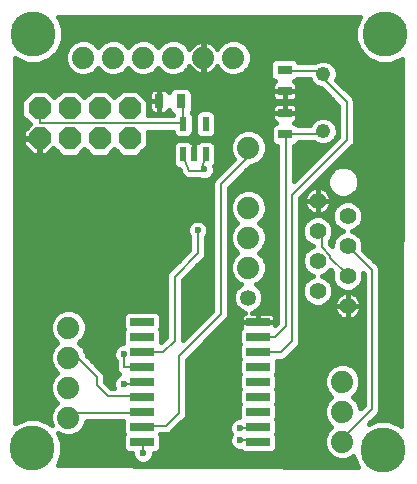
<source format=gtl>
G75*
G70*
%OFA0B0*%
%FSLAX24Y24*%
%IPPOS*%
%LPD*%
%AMOC8*
5,1,8,0,0,1.08239X$1,22.5*
%
%ADD10R,0.0472X0.0315*%
%ADD11C,0.0480*%
%ADD12R,0.0800X0.0260*%
%ADD13C,0.0740*%
%ADD14C,0.0531*%
%ADD15OC8,0.0740*%
%ADD16C,0.0560*%
%ADD17R,0.0217X0.0472*%
%ADD18R,0.0315X0.0472*%
%ADD19C,0.0079*%
%ADD20C,0.0236*%
%ADD21C,0.0160*%
%ADD22C,0.0315*%
%ADD23C,0.1502*%
D10*
X013410Y016261D03*
X013410Y016969D03*
X013400Y017711D03*
X013400Y018419D03*
D11*
X014690Y018275D03*
X014690Y016375D03*
D12*
X012510Y010015D03*
X012510Y009515D03*
X012510Y009015D03*
X012510Y008515D03*
X012510Y008015D03*
X012510Y007515D03*
X012510Y007015D03*
X012510Y006515D03*
X012510Y006015D03*
X008650Y006015D03*
X008650Y006515D03*
X008650Y007015D03*
X008650Y007515D03*
X008650Y008015D03*
X008650Y008515D03*
X008650Y009015D03*
X008650Y009515D03*
X008650Y010015D03*
D13*
X006190Y009825D03*
X006190Y008825D03*
X006190Y007825D03*
X006190Y006825D03*
X012190Y011825D03*
X012190Y012825D03*
X012190Y013825D03*
X012190Y015825D03*
X011690Y018825D03*
X010690Y018825D03*
X009690Y018825D03*
X008690Y018825D03*
X007690Y018825D03*
X006690Y018825D03*
X015320Y008025D03*
X015320Y007025D03*
X015320Y006025D03*
D14*
X012190Y010825D03*
D15*
X008230Y016135D03*
X008230Y017135D03*
X007230Y017135D03*
X007230Y016135D03*
X006230Y016135D03*
X006230Y017135D03*
X005230Y017135D03*
X005230Y016135D03*
D16*
X014500Y014045D03*
X014500Y013045D03*
X014500Y012045D03*
X014500Y011045D03*
X015500Y010545D03*
X015500Y011545D03*
X015500Y012545D03*
X015500Y013545D03*
D17*
X010764Y015593D03*
X010390Y015593D03*
X010015Y015593D03*
X010015Y016617D03*
X010764Y016617D03*
D18*
X009934Y017375D03*
X009225Y017375D03*
D19*
X009934Y017375D02*
X009940Y017335D01*
X010010Y017265D01*
X010010Y016635D01*
X010015Y016617D01*
X010010Y016635D02*
X005250Y016635D01*
X005250Y017125D01*
X005230Y017135D01*
X010015Y015593D02*
X010080Y015585D01*
X010080Y015375D01*
X010205Y015056D01*
X010695Y015056D01*
X010710Y015095D01*
X010695Y015056D02*
X010710Y015585D01*
X010764Y015593D01*
X011270Y014605D02*
X012180Y015515D01*
X012180Y015795D01*
X012190Y015825D01*
X011270Y014605D02*
X011270Y010265D01*
X009870Y008865D01*
X009870Y006969D01*
X009455Y006555D01*
X008680Y006555D01*
X008650Y006515D01*
X008610Y006975D02*
X008650Y007015D01*
X008610Y006975D02*
X006230Y006975D01*
X006230Y006835D01*
X006190Y006825D01*
X007140Y007901D02*
X007505Y007535D01*
X008610Y007535D01*
X008650Y007515D01*
X008610Y007955D02*
X008650Y008015D01*
X008610Y007955D02*
X008050Y007955D01*
X008050Y008515D02*
X008050Y008935D01*
X008050Y008515D02*
X008650Y008515D01*
X008680Y009005D02*
X008650Y009015D01*
X008680Y009005D02*
X009346Y009005D01*
X009730Y009388D01*
X009730Y011525D01*
X010500Y012295D01*
X010500Y013065D01*
X012510Y009515D02*
X012530Y009495D01*
X013065Y009495D01*
X013440Y009870D01*
X013440Y016215D01*
X013410Y016261D01*
X013440Y016285D01*
X014630Y016285D01*
X014630Y016355D01*
X014690Y016375D01*
X015470Y016075D02*
X015470Y017335D01*
X014700Y018105D01*
X014700Y018245D01*
X014690Y018275D01*
X014630Y018315D01*
X014630Y018385D01*
X013440Y018385D01*
X013400Y018419D01*
X015470Y016075D02*
X013650Y014255D01*
X013650Y009376D01*
X013278Y009005D01*
X012530Y009005D01*
X012510Y009015D01*
X012510Y006515D02*
X012460Y006485D01*
X011900Y006485D01*
X011900Y006065D02*
X012460Y006065D01*
X012510Y006015D01*
X015320Y006025D02*
X015330Y006065D01*
X015330Y006135D01*
X016310Y007115D01*
X016310Y011735D01*
X015500Y012545D01*
X014910Y012225D02*
X014910Y012155D01*
X015470Y011595D01*
X015500Y011545D01*
X014910Y012225D02*
X014630Y012505D01*
X014630Y012925D01*
X014560Y012995D01*
X014500Y013045D01*
X015330Y007045D02*
X015320Y007025D01*
X008680Y005995D02*
X008680Y005645D01*
X008680Y005995D02*
X008650Y006015D01*
X007140Y007901D02*
X007140Y008165D01*
X006510Y008795D01*
X006230Y008795D01*
X006190Y008825D01*
D20*
X008050Y008935D03*
X008050Y007955D03*
X008680Y005645D03*
X011900Y006065D03*
X011900Y006485D03*
X010500Y013065D03*
X010710Y015095D03*
D21*
X010542Y014777D02*
X010638Y014737D01*
X010781Y014737D01*
X010912Y014791D01*
X011013Y014892D01*
X011068Y015024D01*
X011068Y015166D01*
X011054Y015200D01*
X011075Y015221D01*
X011112Y015309D01*
X011112Y015877D01*
X011075Y015965D01*
X011008Y016033D01*
X010920Y016069D01*
X010608Y016069D01*
X010519Y016033D01*
X010496Y016009D01*
X010390Y016009D01*
X010390Y015593D01*
X010389Y015593D01*
X010389Y016009D01*
X010283Y016009D01*
X010260Y016033D01*
X010171Y016069D01*
X009859Y016069D01*
X009771Y016033D01*
X009704Y015965D01*
X009667Y015877D01*
X009667Y015309D01*
X009704Y015221D01*
X009771Y015153D01*
X009859Y015117D01*
X009881Y015117D01*
X009925Y015003D01*
X009925Y015001D01*
X009945Y014952D01*
X009965Y014902D01*
X009967Y014900D01*
X009968Y014898D01*
X010005Y014861D01*
X010042Y014822D01*
X010044Y014821D01*
X010046Y014819D01*
X010095Y014799D01*
X010144Y014778D01*
X010147Y014778D01*
X010149Y014777D01*
X010202Y014777D01*
X010255Y014776D01*
X010257Y014777D01*
X010542Y014777D01*
X010610Y014749D02*
X004424Y014749D01*
X004424Y014907D02*
X009963Y014907D01*
X009901Y015066D02*
X004424Y015066D01*
X004424Y015224D02*
X009702Y015224D01*
X009667Y015383D02*
X004424Y015383D01*
X004424Y015541D02*
X005961Y015541D01*
X005977Y015525D02*
X006482Y015525D01*
X006729Y015772D01*
X006977Y015525D01*
X007482Y015525D01*
X007729Y015772D01*
X007977Y015525D01*
X008482Y015525D01*
X008839Y015882D01*
X008839Y016356D01*
X009667Y016356D01*
X009667Y016333D01*
X009704Y016245D01*
X009771Y016177D01*
X009859Y016141D01*
X010171Y016141D01*
X010260Y016177D01*
X010327Y016245D01*
X010364Y016333D01*
X010364Y016901D01*
X010327Y016989D01*
X010300Y017016D01*
X010331Y017091D01*
X010331Y017659D01*
X010295Y017747D01*
X010227Y017815D01*
X010139Y017851D01*
X009729Y017851D01*
X009640Y017815D01*
X009573Y017747D01*
X009547Y017686D01*
X009527Y017722D01*
X009493Y017755D01*
X009452Y017779D01*
X009406Y017791D01*
X009225Y017791D01*
X009044Y017791D01*
X008998Y017779D01*
X008957Y017755D01*
X008924Y017722D01*
X008900Y017681D01*
X008888Y017635D01*
X008888Y017375D01*
X008888Y017115D01*
X008900Y017069D01*
X008924Y017028D01*
X008957Y016995D01*
X008998Y016971D01*
X009044Y016959D01*
X009225Y016959D01*
X009225Y017375D01*
X008888Y017375D01*
X009225Y017375D01*
X009225Y017375D01*
X009225Y017791D01*
X009225Y017375D01*
X009225Y017375D01*
X009225Y017375D01*
X009225Y016959D01*
X009406Y016959D01*
X009452Y016971D01*
X009493Y016995D01*
X009527Y017028D01*
X009547Y017064D01*
X009573Y017003D01*
X009640Y016935D01*
X009675Y016921D01*
X009673Y016914D01*
X008839Y016914D01*
X008839Y017388D01*
X008482Y017745D01*
X007977Y017745D01*
X007729Y017498D01*
X007482Y017745D01*
X006977Y017745D01*
X006729Y017498D01*
X006482Y017745D01*
X005977Y017745D01*
X005729Y017498D01*
X005482Y017745D01*
X004977Y017745D01*
X004620Y017388D01*
X004620Y016882D01*
X004909Y016593D01*
X004680Y016363D01*
X004679Y016155D01*
X005209Y016155D01*
X005209Y016115D01*
X004680Y016115D01*
X004680Y015907D01*
X005002Y015585D01*
X005209Y015585D01*
X005209Y016115D01*
X005250Y016115D01*
X005250Y015585D01*
X005457Y015585D01*
X005687Y015815D01*
X005977Y015525D01*
X005802Y015700D02*
X005572Y015700D01*
X005250Y015700D02*
X005209Y015700D01*
X005209Y015858D02*
X005250Y015858D01*
X005250Y016017D02*
X005209Y016017D01*
X004887Y015700D02*
X004425Y015700D01*
X004425Y015858D02*
X004729Y015858D01*
X004680Y016017D02*
X004425Y016017D01*
X004425Y016175D02*
X004680Y016175D01*
X004680Y016334D02*
X004425Y016334D01*
X004425Y016492D02*
X004809Y016492D01*
X004851Y016651D02*
X004426Y016651D01*
X004426Y016809D02*
X004693Y016809D01*
X004620Y016968D02*
X004426Y016968D01*
X004426Y017126D02*
X004620Y017126D01*
X004620Y017285D02*
X004426Y017285D01*
X004426Y017443D02*
X004675Y017443D01*
X004833Y017602D02*
X004427Y017602D01*
X004427Y017760D02*
X008965Y017760D01*
X008888Y017602D02*
X008626Y017602D01*
X008784Y017443D02*
X008888Y017443D01*
X008888Y017285D02*
X008839Y017285D01*
X008839Y017126D02*
X008888Y017126D01*
X008839Y016968D02*
X009011Y016968D01*
X009225Y016968D02*
X009225Y016968D01*
X009225Y017126D02*
X009225Y017126D01*
X009225Y017285D02*
X009225Y017285D01*
X009225Y017443D02*
X009225Y017443D01*
X009225Y017602D02*
X009225Y017602D01*
X009225Y017760D02*
X009225Y017760D01*
X009485Y017760D02*
X009586Y017760D01*
X009568Y018215D02*
X009811Y018215D01*
X010035Y018308D01*
X010207Y018479D01*
X010226Y018527D01*
X010270Y018467D01*
X010331Y018405D01*
X010401Y018355D01*
X010478Y018315D01*
X010561Y018289D01*
X010646Y018275D01*
X010669Y018275D01*
X010669Y018805D01*
X010710Y018805D01*
X010710Y018275D01*
X010733Y018275D01*
X010818Y018289D01*
X010901Y018315D01*
X010978Y018355D01*
X011048Y018405D01*
X011109Y018467D01*
X011153Y018527D01*
X011172Y018479D01*
X011344Y018308D01*
X011568Y018215D01*
X011811Y018215D01*
X012035Y018308D01*
X012207Y018479D01*
X012299Y018704D01*
X012299Y018946D01*
X012207Y019171D01*
X012035Y019342D01*
X011811Y019435D01*
X011568Y019435D01*
X011344Y019342D01*
X011172Y019171D01*
X011153Y019123D01*
X011109Y019183D01*
X011048Y019245D01*
X010978Y019295D01*
X010901Y019335D01*
X010818Y019361D01*
X010733Y019375D01*
X010710Y019375D01*
X010710Y018845D01*
X010669Y018845D01*
X010669Y019375D01*
X010646Y019375D01*
X010561Y019361D01*
X010478Y019335D01*
X010401Y019295D01*
X010331Y019245D01*
X010270Y019183D01*
X010226Y019123D01*
X010207Y019171D01*
X010035Y019342D01*
X009811Y019435D01*
X009568Y019435D01*
X009344Y019342D01*
X009190Y019188D01*
X009035Y019342D01*
X008811Y019435D01*
X008568Y019435D01*
X008344Y019342D01*
X008190Y019188D01*
X008035Y019342D01*
X007811Y019435D01*
X007568Y019435D01*
X007344Y019342D01*
X007190Y019188D01*
X007035Y019342D01*
X006811Y019435D01*
X006568Y019435D01*
X006344Y019342D01*
X006172Y019171D01*
X006080Y018946D01*
X006080Y018704D01*
X006172Y018479D01*
X006344Y018308D01*
X006568Y018215D01*
X006811Y018215D01*
X007035Y018308D01*
X007190Y018462D01*
X007344Y018308D01*
X007568Y018215D01*
X007811Y018215D01*
X008035Y018308D01*
X008190Y018462D01*
X008344Y018308D01*
X008568Y018215D01*
X008811Y018215D01*
X009035Y018308D01*
X009190Y018462D01*
X009344Y018308D01*
X009568Y018215D01*
X009519Y018236D02*
X008860Y018236D01*
X009121Y018394D02*
X009258Y018394D01*
X009860Y018236D02*
X011519Y018236D01*
X011258Y018394D02*
X011032Y018394D01*
X010710Y018394D02*
X010669Y018394D01*
X010669Y018553D02*
X010710Y018553D01*
X010710Y018711D02*
X010669Y018711D01*
X010669Y018870D02*
X010710Y018870D01*
X010710Y019028D02*
X010669Y019028D01*
X010669Y019187D02*
X010710Y019187D01*
X010710Y019345D02*
X010669Y019345D01*
X010510Y019345D02*
X010028Y019345D01*
X010191Y019187D02*
X010273Y019187D01*
X010869Y019345D02*
X011351Y019345D01*
X011188Y019187D02*
X011106Y019187D01*
X012028Y019345D02*
X015783Y019345D01*
X015753Y019418D02*
X015904Y019054D01*
X016183Y018775D01*
X016547Y018624D01*
X016942Y018624D01*
X017306Y018775D01*
X017314Y018783D01*
X017275Y006551D01*
X017241Y006585D01*
X016877Y006736D01*
X016482Y006736D01*
X016215Y006625D01*
X016546Y006957D01*
X016589Y007059D01*
X016589Y011791D01*
X016546Y011893D01*
X016468Y011972D01*
X016013Y012426D01*
X016019Y012442D01*
X016019Y012648D01*
X015940Y012840D01*
X015794Y012986D01*
X015651Y013045D01*
X015794Y013104D01*
X015940Y013250D01*
X016019Y013442D01*
X016019Y013648D01*
X015940Y013840D01*
X015794Y013986D01*
X015603Y014065D01*
X015396Y014065D01*
X015205Y013986D01*
X015059Y013840D01*
X014980Y013648D01*
X014980Y013442D01*
X015059Y013250D01*
X015205Y013104D01*
X015348Y013045D01*
X015205Y012986D01*
X015059Y012840D01*
X014980Y012648D01*
X014980Y012550D01*
X014909Y012621D01*
X014909Y012719D01*
X014940Y012750D01*
X015019Y012942D01*
X015019Y013148D01*
X014940Y013340D01*
X014794Y013486D01*
X014603Y013565D01*
X014396Y013565D01*
X014205Y013486D01*
X014059Y013340D01*
X013980Y013148D01*
X013980Y012942D01*
X014059Y012750D01*
X014205Y012604D01*
X014348Y012545D01*
X014205Y012486D01*
X014059Y012340D01*
X013980Y012148D01*
X013980Y011942D01*
X014059Y011750D01*
X014205Y011604D01*
X014348Y011545D01*
X014205Y011486D01*
X014059Y011340D01*
X013980Y011148D01*
X013980Y010942D01*
X014059Y010750D01*
X014205Y010604D01*
X014396Y010525D01*
X014603Y010525D01*
X014794Y010604D01*
X014940Y010750D01*
X015019Y010942D01*
X015019Y011148D01*
X014940Y011340D01*
X014794Y011486D01*
X014651Y011545D01*
X014794Y011604D01*
X014930Y011740D01*
X014992Y011678D01*
X014980Y011648D01*
X014980Y011442D01*
X015059Y011250D01*
X015205Y011104D01*
X015396Y011025D01*
X015603Y011025D01*
X015794Y011104D01*
X015940Y011250D01*
X016019Y011442D01*
X016019Y011630D01*
X016030Y011619D01*
X016030Y007231D01*
X015929Y007130D01*
X015929Y007146D01*
X015837Y007371D01*
X015682Y007525D01*
X015837Y007679D01*
X015929Y007904D01*
X015929Y008146D01*
X015837Y008371D01*
X015665Y008542D01*
X015441Y008635D01*
X015198Y008635D01*
X014974Y008542D01*
X014802Y008371D01*
X014710Y008146D01*
X014710Y007904D01*
X014802Y007679D01*
X014957Y007525D01*
X014802Y007371D01*
X014710Y007146D01*
X014710Y006904D01*
X014802Y006679D01*
X014957Y006525D01*
X014802Y006371D01*
X014710Y006146D01*
X014710Y005904D01*
X014802Y005679D01*
X014974Y005508D01*
X015198Y005415D01*
X015441Y005415D01*
X015665Y005508D01*
X015693Y005536D01*
X015839Y005185D01*
X005836Y005246D01*
X005986Y005608D01*
X005986Y006002D01*
X005862Y006300D01*
X006068Y006215D01*
X006311Y006215D01*
X006535Y006308D01*
X006707Y006479D01*
X006796Y006696D01*
X008011Y006696D01*
X008010Y006693D01*
X008010Y006337D01*
X008039Y006265D01*
X008010Y006193D01*
X008010Y005837D01*
X008046Y005749D01*
X008114Y005682D01*
X008202Y005645D01*
X008321Y005645D01*
X008321Y005574D01*
X008376Y005442D01*
X008477Y005341D01*
X008608Y005287D01*
X008751Y005287D01*
X008882Y005341D01*
X008983Y005442D01*
X009038Y005574D01*
X009038Y005645D01*
X009097Y005645D01*
X009185Y005682D01*
X009253Y005749D01*
X009289Y005837D01*
X009289Y006193D01*
X009260Y006265D01*
X009264Y006276D01*
X009511Y006276D01*
X009614Y006318D01*
X009692Y006397D01*
X010106Y006811D01*
X010149Y006913D01*
X010149Y008749D01*
X011428Y010028D01*
X011506Y010107D01*
X011549Y010209D01*
X011549Y014489D01*
X012275Y015215D01*
X012311Y015215D01*
X012535Y015308D01*
X012707Y015479D01*
X012799Y015704D01*
X012799Y015946D01*
X012707Y016171D01*
X012535Y016342D01*
X012311Y016435D01*
X012068Y016435D01*
X011844Y016342D01*
X011672Y016171D01*
X011580Y015946D01*
X011580Y015704D01*
X011672Y015479D01*
X011711Y015441D01*
X011033Y014763D01*
X010990Y014661D01*
X010990Y010381D01*
X010009Y009399D01*
X010009Y011409D01*
X010658Y012058D01*
X010736Y012137D01*
X010779Y012239D01*
X010779Y012838D01*
X010803Y012862D01*
X010858Y012994D01*
X010858Y013136D01*
X010803Y013268D01*
X010702Y013369D01*
X010571Y013423D01*
X010428Y013423D01*
X010297Y013369D01*
X010196Y013268D01*
X010141Y013136D01*
X010141Y012994D01*
X010196Y012862D01*
X010220Y012838D01*
X010220Y012411D01*
X009493Y011683D01*
X009450Y011581D01*
X009450Y009504D01*
X009289Y009343D01*
X009289Y009693D01*
X009260Y009765D01*
X009289Y009837D01*
X009289Y010193D01*
X009253Y010281D01*
X009185Y010348D01*
X009097Y010385D01*
X008202Y010385D01*
X008114Y010348D01*
X008046Y010281D01*
X008010Y010193D01*
X008010Y009837D01*
X008039Y009765D01*
X008010Y009693D01*
X008010Y009337D01*
X008028Y009293D01*
X007978Y009293D01*
X007847Y009239D01*
X007746Y009138D01*
X007691Y009006D01*
X007691Y008864D01*
X007746Y008732D01*
X007770Y008708D01*
X007770Y008459D01*
X007813Y008357D01*
X007891Y008278D01*
X007893Y008278D01*
X007847Y008259D01*
X007746Y008158D01*
X007691Y008026D01*
X007691Y007884D01*
X007720Y007814D01*
X007621Y007814D01*
X007419Y008016D01*
X007419Y008221D01*
X007376Y008323D01*
X006799Y008900D01*
X006799Y008946D01*
X006707Y009171D01*
X006552Y009325D01*
X006707Y009479D01*
X006799Y009704D01*
X006799Y009946D01*
X006707Y010171D01*
X006535Y010342D01*
X006311Y010435D01*
X006068Y010435D01*
X005844Y010342D01*
X005672Y010171D01*
X005580Y009946D01*
X005580Y009704D01*
X005672Y009479D01*
X005827Y009325D01*
X005672Y009171D01*
X005580Y008946D01*
X005580Y008704D01*
X005672Y008479D01*
X005827Y008325D01*
X005672Y008171D01*
X005580Y007946D01*
X005580Y007704D01*
X005672Y007479D01*
X005827Y007325D01*
X005672Y007171D01*
X005580Y006946D01*
X005580Y006704D01*
X005637Y006564D01*
X005556Y006645D01*
X005192Y006796D01*
X004797Y006796D01*
X004433Y006645D01*
X004415Y006628D01*
X004428Y018810D01*
X004463Y018775D01*
X004827Y018624D01*
X005222Y018624D01*
X005586Y018775D01*
X005865Y019054D01*
X006016Y019418D01*
X006016Y019812D01*
X005865Y020176D01*
X005853Y020189D01*
X015910Y020182D01*
X015904Y020176D01*
X015753Y019812D01*
X015753Y019418D01*
X015753Y019504D02*
X006016Y019504D01*
X006016Y019662D02*
X015753Y019662D01*
X015757Y019821D02*
X006012Y019821D01*
X005947Y019979D02*
X015822Y019979D01*
X015888Y020138D02*
X005881Y020138D01*
X005986Y019345D02*
X006351Y019345D01*
X006188Y019187D02*
X005920Y019187D01*
X005839Y019028D02*
X006113Y019028D01*
X006080Y018870D02*
X005681Y018870D01*
X005432Y018711D02*
X006080Y018711D01*
X006142Y018553D02*
X004428Y018553D01*
X004428Y018711D02*
X004617Y018711D01*
X004427Y018394D02*
X006258Y018394D01*
X006519Y018236D02*
X004427Y018236D01*
X004427Y018077D02*
X013009Y018077D01*
X013027Y018058D02*
X012960Y018126D01*
X012923Y018214D01*
X012923Y018625D01*
X012960Y018713D01*
X013027Y018780D01*
X013116Y018817D01*
X013683Y018817D01*
X013772Y018780D01*
X013839Y018713D01*
X013859Y018664D01*
X014400Y018664D01*
X014418Y018682D01*
X014594Y018755D01*
X014785Y018755D01*
X014961Y018682D01*
X015096Y018547D01*
X015169Y018370D01*
X015169Y018180D01*
X015126Y018074D01*
X015706Y017493D01*
X015749Y017391D01*
X015749Y016019D01*
X015706Y015917D01*
X015628Y015838D01*
X013929Y014139D01*
X013929Y009321D01*
X013886Y009218D01*
X013515Y008847D01*
X013436Y008768D01*
X013334Y008726D01*
X013136Y008726D01*
X013149Y008693D01*
X013149Y008337D01*
X013120Y008265D01*
X013149Y008193D01*
X013149Y007837D01*
X013120Y007765D01*
X013149Y007693D01*
X013149Y007337D01*
X013120Y007265D01*
X013149Y007193D01*
X013149Y006837D01*
X013120Y006765D01*
X013149Y006693D01*
X013149Y006337D01*
X013120Y006265D01*
X013149Y006193D01*
X013149Y005837D01*
X013113Y005749D01*
X013045Y005682D01*
X012957Y005645D01*
X012062Y005645D01*
X011974Y005682D01*
X011948Y005707D01*
X011828Y005707D01*
X011697Y005761D01*
X011596Y005862D01*
X011541Y005994D01*
X011541Y006136D01*
X011596Y006268D01*
X011603Y006275D01*
X011596Y006282D01*
X011541Y006414D01*
X011541Y006556D01*
X011596Y006688D01*
X011697Y006789D01*
X011828Y006843D01*
X011870Y006843D01*
X011870Y007193D01*
X011899Y007265D01*
X011870Y007337D01*
X011870Y007693D01*
X011899Y007765D01*
X011870Y007837D01*
X011870Y008193D01*
X011899Y008265D01*
X011870Y008337D01*
X011870Y008693D01*
X011899Y008765D01*
X011870Y008837D01*
X011870Y009193D01*
X011899Y009265D01*
X011870Y009337D01*
X011870Y009693D01*
X011906Y009781D01*
X011942Y009816D01*
X011930Y009861D01*
X011930Y010015D01*
X012509Y010015D01*
X012509Y010015D01*
X011930Y010015D01*
X011930Y010169D01*
X011942Y010214D01*
X011965Y010256D01*
X011999Y010289D01*
X012040Y010313D01*
X012079Y010323D01*
X011903Y010396D01*
X011761Y010539D01*
X011684Y010724D01*
X011684Y010926D01*
X011761Y011111D01*
X011903Y011254D01*
X011939Y011269D01*
X011844Y011308D01*
X011672Y011479D01*
X011580Y011704D01*
X011580Y011946D01*
X011672Y012171D01*
X011827Y012325D01*
X011672Y012479D01*
X011580Y012704D01*
X011580Y012946D01*
X011672Y013171D01*
X011827Y013325D01*
X011672Y013479D01*
X011580Y013704D01*
X011580Y013946D01*
X011672Y014171D01*
X011844Y014342D01*
X012068Y014435D01*
X012311Y014435D01*
X012535Y014342D01*
X012707Y014171D01*
X012799Y013946D01*
X012799Y013704D01*
X012707Y013479D01*
X012552Y013325D01*
X012707Y013171D01*
X012799Y012946D01*
X012799Y012704D01*
X012707Y012479D01*
X012552Y012325D01*
X012707Y012171D01*
X012799Y011946D01*
X012799Y011704D01*
X012707Y011479D01*
X012535Y011308D01*
X012440Y011269D01*
X012476Y011254D01*
X012618Y011111D01*
X012695Y010926D01*
X012695Y010724D01*
X012618Y010539D01*
X012476Y010396D01*
X012304Y010325D01*
X012509Y010325D01*
X012509Y010015D01*
X012510Y010015D01*
X013089Y010015D01*
X013089Y010169D01*
X013077Y010214D01*
X013054Y010256D01*
X013020Y010289D01*
X012979Y010313D01*
X012933Y010325D01*
X012510Y010325D01*
X012510Y010015D01*
X012510Y010015D01*
X013089Y010015D01*
X013089Y009915D01*
X013160Y009986D01*
X013160Y015863D01*
X013126Y015863D01*
X013037Y015900D01*
X012970Y015967D01*
X012933Y016055D01*
X012933Y016466D01*
X012970Y016554D01*
X013037Y016622D01*
X013099Y016647D01*
X013063Y016668D01*
X013029Y016701D01*
X013006Y016742D01*
X012993Y016788D01*
X012993Y016969D01*
X013409Y016969D01*
X013409Y016969D01*
X012993Y016969D01*
X012993Y017151D01*
X013006Y017196D01*
X013029Y017237D01*
X013063Y017271D01*
X013104Y017295D01*
X013150Y017307D01*
X013409Y017307D01*
X013409Y016969D01*
X013410Y016969D01*
X013410Y016969D01*
X013826Y016969D01*
X013826Y016788D01*
X013813Y016742D01*
X013790Y016701D01*
X013756Y016668D01*
X013720Y016647D01*
X013782Y016622D01*
X013839Y016564D01*
X014248Y016564D01*
X014283Y016647D01*
X014418Y016782D01*
X014594Y016855D01*
X014785Y016855D01*
X014961Y016782D01*
X015096Y016647D01*
X015169Y016470D01*
X015169Y016280D01*
X015096Y016103D01*
X014961Y015968D01*
X014785Y015895D01*
X014594Y015895D01*
X014418Y015968D01*
X014380Y016006D01*
X013865Y016006D01*
X013849Y015967D01*
X013782Y015900D01*
X013719Y015874D01*
X013719Y014719D01*
X015190Y016191D01*
X015190Y017219D01*
X014614Y017795D01*
X014594Y017795D01*
X014418Y017868D01*
X014283Y018003D01*
X014240Y018106D01*
X013819Y018106D01*
X013772Y018058D01*
X013710Y018033D01*
X013746Y018012D01*
X013780Y017979D01*
X013803Y017938D01*
X013816Y017892D01*
X013816Y017711D01*
X013400Y017711D01*
X013400Y017711D01*
X013816Y017711D01*
X013816Y017529D01*
X013803Y017484D01*
X013780Y017443D01*
X014966Y017443D01*
X014808Y017602D02*
X013816Y017602D01*
X013816Y017760D02*
X014649Y017760D01*
X014367Y017919D02*
X013809Y017919D01*
X013790Y018077D02*
X014252Y018077D01*
X014488Y018711D02*
X013840Y018711D01*
X013089Y018033D02*
X013053Y018012D01*
X013019Y017979D01*
X012996Y017938D01*
X012983Y017892D01*
X012983Y017711D01*
X013399Y017711D01*
X013399Y017711D01*
X012983Y017711D01*
X012983Y017529D01*
X012996Y017484D01*
X013019Y017443D01*
X010331Y017443D01*
X010331Y017285D02*
X013086Y017285D01*
X013094Y017385D02*
X013140Y017373D01*
X013399Y017373D01*
X013399Y017711D01*
X013400Y017711D01*
X013400Y017373D01*
X013659Y017373D01*
X013705Y017385D01*
X013746Y017409D01*
X013780Y017443D01*
X013715Y017295D02*
X013669Y017307D01*
X013410Y017307D01*
X013410Y016969D01*
X013826Y016969D01*
X013826Y017151D01*
X013813Y017196D01*
X013790Y017237D01*
X013756Y017271D01*
X013715Y017295D01*
X013733Y017285D02*
X015125Y017285D01*
X015190Y017126D02*
X013826Y017126D01*
X013826Y016968D02*
X015190Y016968D01*
X015190Y016809D02*
X014896Y016809D01*
X015093Y016651D02*
X015190Y016651D01*
X015190Y016492D02*
X015161Y016492D01*
X015169Y016334D02*
X015190Y016334D01*
X015174Y016175D02*
X015126Y016175D01*
X015016Y016017D02*
X015010Y016017D01*
X014857Y015858D02*
X013719Y015858D01*
X013719Y015700D02*
X014699Y015700D01*
X014540Y015541D02*
X013719Y015541D01*
X013719Y015383D02*
X014382Y015383D01*
X014223Y015224D02*
X013719Y015224D01*
X013719Y015066D02*
X014065Y015066D01*
X013906Y014907D02*
X013719Y014907D01*
X013719Y014749D02*
X013748Y014749D01*
X014149Y014345D02*
X014106Y014286D01*
X014073Y014222D01*
X014051Y014153D01*
X014040Y014081D01*
X014039Y014045D01*
X014499Y014045D01*
X014040Y014045D01*
X014040Y014009D01*
X014051Y013937D01*
X014073Y013868D01*
X014106Y013804D01*
X014149Y013745D01*
X014200Y013694D01*
X014258Y013652D01*
X014323Y013619D01*
X014392Y013596D01*
X014463Y013585D01*
X014499Y013585D01*
X014499Y014045D01*
X014499Y014045D01*
X014499Y014505D01*
X014463Y014505D01*
X014392Y014494D01*
X014323Y014471D01*
X014258Y014438D01*
X014200Y014396D01*
X014149Y014345D01*
X014099Y014273D02*
X014063Y014273D01*
X014045Y014115D02*
X013929Y014115D01*
X013929Y013956D02*
X014048Y013956D01*
X014111Y013798D02*
X013929Y013798D01*
X013929Y013639D02*
X014283Y013639D01*
X014200Y013481D02*
X013929Y013481D01*
X013929Y013322D02*
X014051Y013322D01*
X013986Y013164D02*
X013929Y013164D01*
X013929Y013005D02*
X013980Y013005D01*
X014019Y012847D02*
X013929Y012847D01*
X013929Y012688D02*
X014121Y012688D01*
X014310Y012530D02*
X013929Y012530D01*
X013929Y012371D02*
X014090Y012371D01*
X014006Y012213D02*
X013929Y012213D01*
X013929Y012054D02*
X013980Y012054D01*
X013999Y011896D02*
X013929Y011896D01*
X013929Y011737D02*
X014072Y011737D01*
X013929Y011579D02*
X014267Y011579D01*
X014139Y011420D02*
X013929Y011420D01*
X013929Y011262D02*
X014026Y011262D01*
X013980Y011103D02*
X013929Y011103D01*
X013929Y010945D02*
X013980Y010945D01*
X013929Y010786D02*
X014044Y010786D01*
X013929Y010628D02*
X014182Y010628D01*
X013929Y010469D02*
X015046Y010469D01*
X015051Y010437D02*
X015073Y010368D01*
X015106Y010304D01*
X015149Y010245D01*
X015200Y010194D01*
X015258Y010152D01*
X013929Y010152D01*
X013929Y009994D02*
X016030Y009994D01*
X016030Y010152D02*
X015741Y010152D01*
X015799Y010194D01*
X015850Y010245D01*
X015893Y010304D01*
X015926Y010368D01*
X015948Y010437D01*
X015959Y010509D01*
X015959Y010545D01*
X015959Y010581D01*
X015948Y010653D01*
X015926Y010722D01*
X015893Y010786D01*
X016030Y010786D01*
X015893Y010786D02*
X015850Y010845D01*
X015799Y010896D01*
X015741Y010938D01*
X015676Y010971D01*
X015607Y010994D01*
X015536Y011005D01*
X015500Y011005D01*
X015500Y010545D01*
X015959Y010545D01*
X015500Y010545D01*
X015500Y010545D01*
X015499Y010545D01*
X015040Y010545D01*
X015040Y010509D01*
X015051Y010437D01*
X015039Y010545D02*
X015499Y010545D01*
X015499Y010545D01*
X015499Y011005D01*
X015463Y011005D01*
X015392Y010994D01*
X015323Y010971D01*
X015258Y010938D01*
X015200Y010896D01*
X015149Y010845D01*
X015106Y010786D01*
X014955Y010786D01*
X015073Y010722D02*
X015051Y010653D01*
X015040Y010581D01*
X015039Y010545D01*
X015047Y010628D02*
X014817Y010628D01*
X015073Y010722D02*
X015106Y010786D01*
X015019Y010945D02*
X015270Y010945D01*
X015208Y011103D02*
X015019Y011103D01*
X015054Y011262D02*
X014973Y011262D01*
X014988Y011420D02*
X014860Y011420D01*
X014980Y011579D02*
X014732Y011579D01*
X014927Y011737D02*
X014932Y011737D01*
X015499Y010945D02*
X015500Y010945D01*
X015499Y010786D02*
X015500Y010786D01*
X015499Y010628D02*
X015500Y010628D01*
X015500Y010545D02*
X015500Y010085D01*
X015536Y010085D01*
X015607Y010096D01*
X015676Y010119D01*
X015741Y010152D01*
X015896Y010311D02*
X016030Y010311D01*
X016030Y010469D02*
X015953Y010469D01*
X015952Y010628D02*
X016030Y010628D01*
X016030Y010945D02*
X015729Y010945D01*
X015791Y011103D02*
X016030Y011103D01*
X016030Y011262D02*
X015945Y011262D01*
X016011Y011420D02*
X016030Y011420D01*
X016019Y011579D02*
X016030Y011579D01*
X016386Y012054D02*
X017293Y012054D01*
X017292Y011896D02*
X016544Y011896D01*
X016589Y011737D02*
X017292Y011737D01*
X017291Y011579D02*
X016589Y011579D01*
X016589Y011420D02*
X017291Y011420D01*
X017290Y011262D02*
X016589Y011262D01*
X016589Y011103D02*
X017289Y011103D01*
X017289Y010945D02*
X016589Y010945D01*
X016589Y010786D02*
X017288Y010786D01*
X017288Y010628D02*
X016589Y010628D01*
X016589Y010469D02*
X017287Y010469D01*
X017287Y010311D02*
X016589Y010311D01*
X016589Y010152D02*
X017286Y010152D01*
X017286Y009994D02*
X016589Y009994D01*
X016589Y009835D02*
X017285Y009835D01*
X017285Y009677D02*
X016589Y009677D01*
X016589Y009518D02*
X017284Y009518D01*
X017284Y009360D02*
X016589Y009360D01*
X016589Y009201D02*
X017283Y009201D01*
X017283Y009043D02*
X016589Y009043D01*
X016589Y008884D02*
X017282Y008884D01*
X017282Y008726D02*
X016589Y008726D01*
X016589Y008567D02*
X017281Y008567D01*
X017281Y008409D02*
X016589Y008409D01*
X016589Y008250D02*
X017280Y008250D01*
X017280Y008092D02*
X016589Y008092D01*
X016589Y007933D02*
X017279Y007933D01*
X017279Y007775D02*
X016589Y007775D01*
X016589Y007616D02*
X017278Y007616D01*
X017278Y007458D02*
X016589Y007458D01*
X016589Y007299D02*
X017277Y007299D01*
X017277Y007141D02*
X016589Y007141D01*
X016557Y006982D02*
X017276Y006982D01*
X017276Y006824D02*
X016413Y006824D01*
X016311Y006665D02*
X016255Y006665D01*
X015940Y007141D02*
X015929Y007141D01*
X015866Y007299D02*
X016030Y007299D01*
X016030Y007458D02*
X015750Y007458D01*
X015773Y007616D02*
X016030Y007616D01*
X016030Y007775D02*
X015876Y007775D01*
X015929Y007933D02*
X016030Y007933D01*
X016030Y008092D02*
X015929Y008092D01*
X015887Y008250D02*
X016030Y008250D01*
X016030Y008409D02*
X015799Y008409D01*
X015605Y008567D02*
X016030Y008567D01*
X016030Y008726D02*
X013136Y008726D01*
X013149Y008567D02*
X015034Y008567D01*
X014840Y008409D02*
X013149Y008409D01*
X013126Y008250D02*
X014752Y008250D01*
X014710Y008092D02*
X013149Y008092D01*
X013149Y007933D02*
X014710Y007933D01*
X014763Y007775D02*
X013124Y007775D01*
X013149Y007616D02*
X014866Y007616D01*
X014889Y007458D02*
X013149Y007458D01*
X013134Y007299D02*
X014773Y007299D01*
X014710Y007141D02*
X013149Y007141D01*
X013149Y006982D02*
X014710Y006982D01*
X014743Y006824D02*
X013144Y006824D01*
X013149Y006665D02*
X014817Y006665D01*
X014938Y006507D02*
X013149Y006507D01*
X013149Y006348D02*
X014793Y006348D01*
X014727Y006190D02*
X013149Y006190D01*
X013149Y006031D02*
X014710Y006031D01*
X014722Y005873D02*
X013149Y005873D01*
X013078Y005714D02*
X014788Y005714D01*
X014926Y005556D02*
X009030Y005556D01*
X008938Y005397D02*
X015751Y005397D01*
X015816Y005239D02*
X007105Y005239D01*
X008010Y005873D02*
X005986Y005873D01*
X005974Y006031D02*
X008010Y006031D01*
X008010Y006190D02*
X005908Y006190D01*
X005986Y005714D02*
X008081Y005714D01*
X008329Y005556D02*
X005964Y005556D01*
X005898Y005397D02*
X008421Y005397D01*
X009218Y005714D02*
X011811Y005714D01*
X011592Y005873D02*
X009289Y005873D01*
X009289Y006031D02*
X011541Y006031D01*
X011563Y006190D02*
X009289Y006190D01*
X009644Y006348D02*
X011569Y006348D01*
X011541Y006507D02*
X009802Y006507D01*
X009961Y006665D02*
X011586Y006665D01*
X011781Y006824D02*
X010112Y006824D01*
X010149Y006982D02*
X011870Y006982D01*
X011870Y007141D02*
X010149Y007141D01*
X010149Y007299D02*
X011885Y007299D01*
X011870Y007458D02*
X010149Y007458D01*
X010149Y007616D02*
X011870Y007616D01*
X011895Y007775D02*
X010149Y007775D01*
X010149Y007933D02*
X011870Y007933D01*
X011870Y008092D02*
X010149Y008092D01*
X010149Y008250D02*
X011893Y008250D01*
X011870Y008409D02*
X010149Y008409D01*
X010149Y008567D02*
X011870Y008567D01*
X011883Y008726D02*
X010149Y008726D01*
X010284Y008884D02*
X011870Y008884D01*
X011870Y009043D02*
X010442Y009043D01*
X010601Y009201D02*
X011873Y009201D01*
X011870Y009360D02*
X010759Y009360D01*
X010918Y009518D02*
X011870Y009518D01*
X011870Y009677D02*
X011076Y009677D01*
X011235Y009835D02*
X011937Y009835D01*
X011930Y009994D02*
X011393Y009994D01*
X011525Y010152D02*
X011930Y010152D01*
X012036Y010311D02*
X011549Y010311D01*
X011549Y010469D02*
X011830Y010469D01*
X011724Y010628D02*
X011549Y010628D01*
X011549Y010786D02*
X011684Y010786D01*
X011692Y010945D02*
X011549Y010945D01*
X011549Y011103D02*
X011757Y011103D01*
X011922Y011262D02*
X011549Y011262D01*
X011549Y011420D02*
X011732Y011420D01*
X011631Y011579D02*
X011549Y011579D01*
X011549Y011737D02*
X011580Y011737D01*
X011580Y011896D02*
X011549Y011896D01*
X011549Y012054D02*
X011624Y012054D01*
X011549Y012213D02*
X011714Y012213D01*
X011781Y012371D02*
X011549Y012371D01*
X011549Y012530D02*
X011652Y012530D01*
X011586Y012688D02*
X011549Y012688D01*
X011549Y012847D02*
X011580Y012847D01*
X011604Y013005D02*
X011549Y013005D01*
X011549Y013164D02*
X011669Y013164D01*
X011549Y013322D02*
X011824Y013322D01*
X011672Y013481D02*
X011549Y013481D01*
X011549Y013639D02*
X011606Y013639D01*
X011580Y013798D02*
X011549Y013798D01*
X011549Y013956D02*
X011584Y013956D01*
X011549Y014115D02*
X011649Y014115D01*
X011549Y014273D02*
X011775Y014273D01*
X011549Y014432D02*
X012060Y014432D01*
X012319Y014432D02*
X013160Y014432D01*
X013160Y014590D02*
X011650Y014590D01*
X011808Y014749D02*
X013160Y014749D01*
X013160Y014907D02*
X011967Y014907D01*
X012125Y015066D02*
X013160Y015066D01*
X013160Y015224D02*
X012333Y015224D01*
X012610Y015383D02*
X013160Y015383D01*
X013160Y015541D02*
X012732Y015541D01*
X012798Y015700D02*
X013160Y015700D01*
X013160Y015858D02*
X012799Y015858D01*
X012770Y016017D02*
X012949Y016017D01*
X012933Y016175D02*
X012702Y016175D01*
X012544Y016334D02*
X012933Y016334D01*
X012944Y016492D02*
X011112Y016492D01*
X011112Y016334D02*
X011835Y016334D01*
X011677Y016175D02*
X011003Y016175D01*
X011008Y016177D02*
X011075Y016245D01*
X011112Y016333D01*
X011112Y016901D01*
X011075Y016989D01*
X011008Y017057D01*
X010920Y017093D01*
X010608Y017093D01*
X010519Y017057D01*
X010452Y016989D01*
X010415Y016901D01*
X010415Y016333D01*
X010452Y016245D01*
X010519Y016177D01*
X010608Y016141D01*
X010920Y016141D01*
X011008Y016177D01*
X011024Y016017D02*
X011609Y016017D01*
X011580Y015858D02*
X011112Y015858D01*
X011112Y015700D02*
X011581Y015700D01*
X011647Y015541D02*
X011112Y015541D01*
X011112Y015383D02*
X011652Y015383D01*
X011493Y015224D02*
X011077Y015224D01*
X011068Y015066D02*
X011335Y015066D01*
X011176Y014907D02*
X011019Y014907D01*
X011027Y014749D02*
X010809Y014749D01*
X010990Y014590D02*
X004424Y014590D01*
X004423Y014432D02*
X010990Y014432D01*
X010990Y014273D02*
X004423Y014273D01*
X004423Y014115D02*
X010990Y014115D01*
X010990Y013956D02*
X004423Y013956D01*
X004423Y013798D02*
X010990Y013798D01*
X010990Y013639D02*
X004423Y013639D01*
X004422Y013481D02*
X010990Y013481D01*
X010990Y013322D02*
X010749Y013322D01*
X010846Y013164D02*
X010990Y013164D01*
X010990Y013005D02*
X010858Y013005D01*
X010787Y012847D02*
X010990Y012847D01*
X010990Y012688D02*
X010779Y012688D01*
X010779Y012530D02*
X010990Y012530D01*
X010990Y012371D02*
X010779Y012371D01*
X010768Y012213D02*
X010990Y012213D01*
X010990Y012054D02*
X010654Y012054D01*
X010495Y011896D02*
X010990Y011896D01*
X010990Y011737D02*
X010337Y011737D01*
X010178Y011579D02*
X010990Y011579D01*
X010990Y011420D02*
X010020Y011420D01*
X010009Y011262D02*
X010990Y011262D01*
X010990Y011103D02*
X010009Y011103D01*
X010009Y010945D02*
X010990Y010945D01*
X010990Y010786D02*
X010009Y010786D01*
X010009Y010628D02*
X010990Y010628D01*
X010990Y010469D02*
X010009Y010469D01*
X010009Y010311D02*
X010920Y010311D01*
X010761Y010152D02*
X010009Y010152D01*
X010009Y009994D02*
X010603Y009994D01*
X010444Y009835D02*
X010009Y009835D01*
X010009Y009677D02*
X010286Y009677D01*
X010127Y009518D02*
X010009Y009518D01*
X009450Y009518D02*
X009289Y009518D01*
X009289Y009360D02*
X009306Y009360D01*
X009289Y009677D02*
X009450Y009677D01*
X009450Y009835D02*
X009289Y009835D01*
X009289Y009994D02*
X009450Y009994D01*
X009450Y010152D02*
X009289Y010152D01*
X009223Y010311D02*
X009450Y010311D01*
X009450Y010469D02*
X004419Y010469D01*
X004419Y010311D02*
X005812Y010311D01*
X005665Y010152D02*
X004419Y010152D01*
X004419Y009994D02*
X005599Y009994D01*
X005580Y009835D02*
X004419Y009835D01*
X004418Y009677D02*
X005591Y009677D01*
X005656Y009518D02*
X004418Y009518D01*
X004418Y009360D02*
X005792Y009360D01*
X005703Y009201D02*
X004418Y009201D01*
X004418Y009043D02*
X005619Y009043D01*
X005580Y008884D02*
X004418Y008884D01*
X004418Y008726D02*
X005580Y008726D01*
X005636Y008567D02*
X004417Y008567D01*
X004417Y008409D02*
X005743Y008409D01*
X005752Y008250D02*
X004417Y008250D01*
X004417Y008092D02*
X005640Y008092D01*
X005580Y007933D02*
X004417Y007933D01*
X004417Y007775D02*
X005580Y007775D01*
X005616Y007616D02*
X004416Y007616D01*
X004416Y007458D02*
X005694Y007458D01*
X005801Y007299D02*
X004416Y007299D01*
X004416Y007141D02*
X005660Y007141D01*
X005594Y006982D02*
X004416Y006982D01*
X004416Y006824D02*
X005580Y006824D01*
X005596Y006665D02*
X005508Y006665D01*
X004481Y006665D02*
X004415Y006665D01*
X006575Y006348D02*
X008010Y006348D01*
X008010Y006507D02*
X006718Y006507D01*
X006783Y006665D02*
X008010Y006665D01*
X007691Y007933D02*
X007502Y007933D01*
X007419Y008092D02*
X007718Y008092D01*
X007838Y008250D02*
X007407Y008250D01*
X007291Y008409D02*
X007791Y008409D01*
X007770Y008567D02*
X007133Y008567D01*
X006974Y008726D02*
X007753Y008726D01*
X007691Y008884D02*
X006816Y008884D01*
X006760Y009043D02*
X007706Y009043D01*
X007809Y009201D02*
X006676Y009201D01*
X006587Y009360D02*
X008010Y009360D01*
X008010Y009518D02*
X006723Y009518D01*
X006788Y009677D02*
X008010Y009677D01*
X008010Y009835D02*
X006799Y009835D01*
X006780Y009994D02*
X008010Y009994D01*
X008010Y010152D02*
X006714Y010152D01*
X006567Y010311D02*
X008076Y010311D01*
X009450Y010628D02*
X004419Y010628D01*
X004420Y010786D02*
X009450Y010786D01*
X009450Y010945D02*
X004420Y010945D01*
X004420Y011103D02*
X009450Y011103D01*
X009450Y011262D02*
X004420Y011262D01*
X004420Y011420D02*
X009450Y011420D01*
X009450Y011579D02*
X004420Y011579D01*
X004421Y011737D02*
X009546Y011737D01*
X009705Y011896D02*
X004421Y011896D01*
X004421Y012054D02*
X009863Y012054D01*
X010022Y012213D02*
X004421Y012213D01*
X004421Y012371D02*
X010180Y012371D01*
X010220Y012530D02*
X004421Y012530D01*
X004422Y012688D02*
X010220Y012688D01*
X010212Y012847D02*
X004422Y012847D01*
X004422Y013005D02*
X010141Y013005D01*
X010153Y013164D02*
X004422Y013164D01*
X004422Y013322D02*
X010250Y013322D01*
X009667Y015541D02*
X008498Y015541D01*
X008657Y015700D02*
X009667Y015700D01*
X009667Y015858D02*
X008815Y015858D01*
X008839Y016017D02*
X009755Y016017D01*
X009776Y016175D02*
X008839Y016175D01*
X008839Y016334D02*
X009667Y016334D01*
X010255Y016175D02*
X010524Y016175D01*
X010503Y016017D02*
X010276Y016017D01*
X010389Y015858D02*
X010390Y015858D01*
X010389Y015700D02*
X010390Y015700D01*
X010364Y016334D02*
X010415Y016334D01*
X010415Y016492D02*
X010364Y016492D01*
X010364Y016651D02*
X010415Y016651D01*
X010415Y016809D02*
X010364Y016809D01*
X010336Y016968D02*
X010443Y016968D01*
X010331Y017126D02*
X012993Y017126D01*
X012993Y016968D02*
X011084Y016968D01*
X011112Y016809D02*
X012993Y016809D01*
X013093Y016651D02*
X011112Y016651D01*
X010331Y017602D02*
X012983Y017602D01*
X012983Y017760D02*
X010282Y017760D01*
X010347Y018394D02*
X010121Y018394D01*
X009351Y019345D02*
X009028Y019345D01*
X008351Y019345D02*
X008028Y019345D01*
X007351Y019345D02*
X007028Y019345D01*
X007121Y018394D02*
X007258Y018394D01*
X007519Y018236D02*
X006860Y018236D01*
X006833Y017602D02*
X006626Y017602D01*
X005833Y017602D02*
X005626Y017602D01*
X004427Y017919D02*
X012990Y017919D01*
X013027Y018058D02*
X013089Y018033D01*
X012923Y018236D02*
X011860Y018236D01*
X012121Y018394D02*
X012923Y018394D01*
X012923Y018553D02*
X012237Y018553D01*
X012299Y018711D02*
X012959Y018711D01*
X012299Y018870D02*
X016088Y018870D01*
X015930Y019028D02*
X012266Y019028D01*
X012191Y019187D02*
X015849Y019187D01*
X016337Y018711D02*
X014891Y018711D01*
X015091Y018553D02*
X017314Y018553D01*
X017314Y018711D02*
X017152Y018711D01*
X017313Y018394D02*
X015160Y018394D01*
X015169Y018236D02*
X017313Y018236D01*
X017312Y018077D02*
X015127Y018077D01*
X015281Y017919D02*
X017311Y017919D01*
X017311Y017760D02*
X015440Y017760D01*
X015598Y017602D02*
X017310Y017602D01*
X017310Y017443D02*
X015727Y017443D01*
X015749Y017285D02*
X017309Y017285D01*
X017309Y017126D02*
X015749Y017126D01*
X015749Y016968D02*
X017308Y016968D01*
X017308Y016809D02*
X015749Y016809D01*
X015749Y016651D02*
X017307Y016651D01*
X017307Y016492D02*
X015749Y016492D01*
X015749Y016334D02*
X017306Y016334D01*
X017306Y016175D02*
X015749Y016175D01*
X015748Y016017D02*
X017305Y016017D01*
X017305Y015858D02*
X015648Y015858D01*
X015489Y015700D02*
X017304Y015700D01*
X017304Y015541D02*
X015331Y015541D01*
X015172Y015383D02*
X017303Y015383D01*
X017303Y015224D02*
X015014Y015224D01*
X015053Y015137D02*
X014902Y014986D01*
X014821Y014789D01*
X014821Y014576D01*
X014902Y014380D01*
X015053Y014229D01*
X015249Y014148D01*
X015462Y014148D01*
X015659Y014229D01*
X015810Y014380D01*
X015891Y014576D01*
X015891Y014789D01*
X015810Y014986D01*
X015659Y015137D01*
X015462Y015218D01*
X015249Y015218D01*
X015053Y015137D01*
X014982Y015066D02*
X014855Y015066D01*
X014869Y014907D02*
X014697Y014907D01*
X014821Y014749D02*
X014538Y014749D01*
X014380Y014590D02*
X014821Y014590D01*
X014881Y014432D02*
X014750Y014432D01*
X014741Y014438D02*
X014676Y014471D01*
X014607Y014494D01*
X014536Y014505D01*
X014500Y014505D01*
X014500Y014045D01*
X014959Y014045D01*
X014959Y014081D01*
X014948Y014153D01*
X014926Y014222D01*
X014893Y014286D01*
X014850Y014345D01*
X014799Y014396D01*
X014741Y014438D01*
X014900Y014273D02*
X015009Y014273D01*
X014954Y014115D02*
X017299Y014115D01*
X017300Y014273D02*
X015703Y014273D01*
X015831Y014432D02*
X017300Y014432D01*
X017301Y014590D02*
X015891Y014590D01*
X015891Y014749D02*
X017301Y014749D01*
X017302Y014907D02*
X015842Y014907D01*
X015730Y015066D02*
X017302Y015066D01*
X017299Y013956D02*
X015824Y013956D01*
X015958Y013798D02*
X017298Y013798D01*
X017298Y013639D02*
X016019Y013639D01*
X016019Y013481D02*
X017297Y013481D01*
X017297Y013322D02*
X015970Y013322D01*
X015853Y013164D02*
X017296Y013164D01*
X017296Y013005D02*
X015748Y013005D01*
X015933Y012847D02*
X017295Y012847D01*
X017295Y012688D02*
X016003Y012688D01*
X016019Y012530D02*
X017294Y012530D01*
X017294Y012371D02*
X016069Y012371D01*
X016227Y012213D02*
X017293Y012213D01*
X015500Y010545D02*
X015499Y010545D01*
X015499Y010085D01*
X015463Y010085D01*
X015392Y010096D01*
X015323Y010119D01*
X015258Y010152D01*
X015103Y010311D02*
X013929Y010311D01*
X013929Y009835D02*
X016030Y009835D01*
X016030Y009677D02*
X013929Y009677D01*
X013929Y009518D02*
X016030Y009518D01*
X016030Y009360D02*
X013929Y009360D01*
X013869Y009201D02*
X016030Y009201D01*
X016030Y009043D02*
X013711Y009043D01*
X013552Y008884D02*
X016030Y008884D01*
X015499Y010152D02*
X015500Y010152D01*
X015499Y010311D02*
X015500Y010311D01*
X015499Y010469D02*
X015500Y010469D01*
X014996Y012688D02*
X014909Y012688D01*
X014980Y012847D02*
X015066Y012847D01*
X015019Y013005D02*
X015251Y013005D01*
X015146Y013164D02*
X015013Y013164D01*
X015029Y013322D02*
X014948Y013322D01*
X014980Y013481D02*
X014799Y013481D01*
X014716Y013639D02*
X014980Y013639D01*
X014850Y013745D02*
X014799Y013694D01*
X014741Y013652D01*
X014676Y013619D01*
X014607Y013596D01*
X014536Y013585D01*
X014500Y013585D01*
X014500Y014045D01*
X014500Y014045D01*
X014959Y014045D01*
X014959Y014009D01*
X014948Y013937D01*
X014926Y013868D01*
X014893Y013804D01*
X014850Y013745D01*
X014888Y013798D02*
X015041Y013798D01*
X014951Y013956D02*
X015175Y013956D01*
X014500Y013956D02*
X014499Y013956D01*
X014499Y014045D02*
X014500Y014045D01*
X014499Y014045D01*
X014499Y014115D02*
X014500Y014115D01*
X014499Y014273D02*
X014500Y014273D01*
X014499Y014432D02*
X014500Y014432D01*
X014249Y014432D02*
X014221Y014432D01*
X014499Y013798D02*
X014500Y013798D01*
X014499Y013639D02*
X014500Y013639D01*
X013160Y013639D02*
X012773Y013639D01*
X012799Y013798D02*
X013160Y013798D01*
X013160Y013956D02*
X012795Y013956D01*
X012730Y014115D02*
X013160Y014115D01*
X013160Y014273D02*
X012604Y014273D01*
X012707Y013481D02*
X013160Y013481D01*
X013160Y013322D02*
X012555Y013322D01*
X012710Y013164D02*
X013160Y013164D01*
X013160Y013005D02*
X012775Y013005D01*
X012799Y012847D02*
X013160Y012847D01*
X013160Y012688D02*
X012793Y012688D01*
X012727Y012530D02*
X013160Y012530D01*
X013160Y012371D02*
X012598Y012371D01*
X012665Y012213D02*
X013160Y012213D01*
X013160Y012054D02*
X012755Y012054D01*
X012799Y011896D02*
X013160Y011896D01*
X013160Y011737D02*
X012799Y011737D01*
X012748Y011579D02*
X013160Y011579D01*
X013160Y011420D02*
X012647Y011420D01*
X012457Y011262D02*
X013160Y011262D01*
X013160Y011103D02*
X012622Y011103D01*
X012687Y010945D02*
X013160Y010945D01*
X013160Y010786D02*
X012695Y010786D01*
X012655Y010628D02*
X013160Y010628D01*
X013160Y010469D02*
X012549Y010469D01*
X012509Y010311D02*
X012510Y010311D01*
X012509Y010152D02*
X012510Y010152D01*
X012983Y010311D02*
X013160Y010311D01*
X013160Y010152D02*
X013089Y010152D01*
X013089Y009994D02*
X013160Y009994D01*
X017048Y006665D02*
X017275Y006665D01*
X014286Y016651D02*
X013726Y016651D01*
X013826Y016809D02*
X014483Y016809D01*
X013410Y017126D02*
X013409Y017126D01*
X013409Y017285D02*
X013410Y017285D01*
X013399Y017443D02*
X013400Y017443D01*
X013399Y017602D02*
X013400Y017602D01*
X013094Y017385D02*
X013053Y017409D01*
X013019Y017443D01*
X009608Y016968D02*
X009439Y016968D01*
X008519Y018236D02*
X007860Y018236D01*
X008121Y018394D02*
X008258Y018394D01*
X007833Y017602D02*
X007626Y017602D01*
X007657Y015700D02*
X007802Y015700D01*
X007961Y015541D02*
X007498Y015541D01*
X006961Y015541D02*
X006498Y015541D01*
X006657Y015700D02*
X006802Y015700D01*
D22*
X009565Y006180D03*
D23*
X004995Y005805D03*
X016680Y005745D03*
X016745Y019615D03*
X005025Y019615D03*
M02*

</source>
